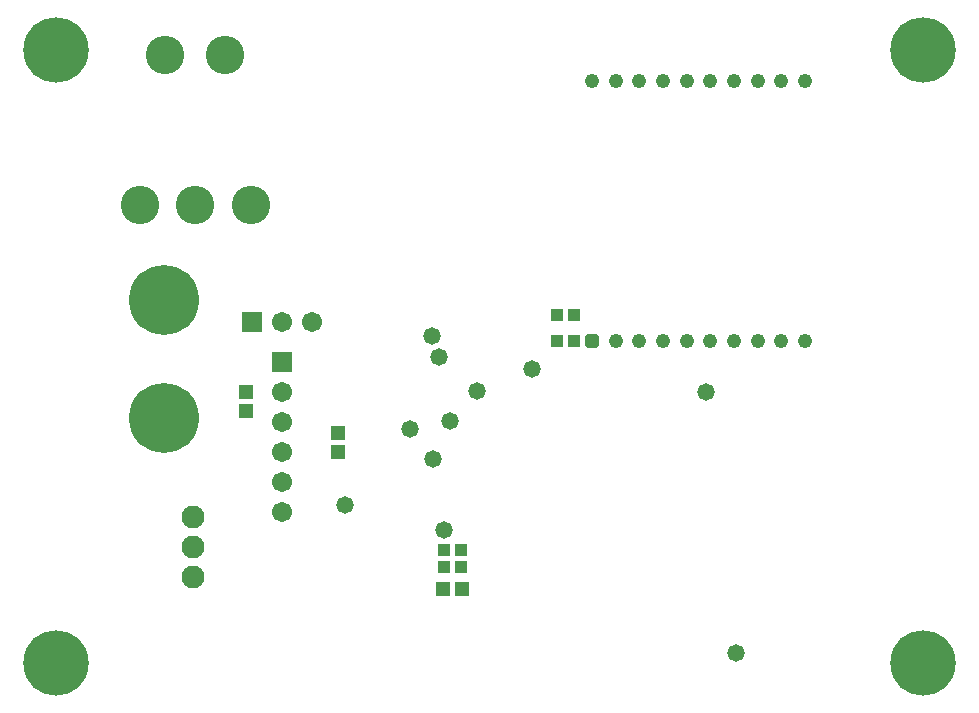
<source format=gbs>
G04 Layer_Color=16711935*
%FSLAX24Y24*%
%MOIN*%
G70*
G01*
G75*
%ADD54R,0.0493X0.0474*%
%ADD60R,0.0474X0.0493*%
%ADD62R,0.0395X0.0434*%
%ADD68C,0.1280*%
%ADD69C,0.2330*%
%ADD70C,0.0769*%
%ADD71C,0.2180*%
%ADD72R,0.0671X0.0671*%
%ADD73C,0.0671*%
%ADD74R,0.0671X0.0671*%
G04:AMPARAMS|DCode=75|XSize=48mil|YSize=48mil|CornerRadius=14mil|HoleSize=0mil|Usage=FLASHONLY|Rotation=90.000|XOffset=0mil|YOffset=0mil|HoleType=Round|Shape=RoundedRectangle|*
%AMROUNDEDRECTD75*
21,1,0.0480,0.0200,0,0,90.0*
21,1,0.0200,0.0480,0,0,90.0*
1,1,0.0280,0.0100,0.0100*
1,1,0.0280,0.0100,-0.0100*
1,1,0.0280,-0.0100,-0.0100*
1,1,0.0280,-0.0100,0.0100*
%
%ADD75ROUNDEDRECTD75*%
%ADD76C,0.0480*%
%ADD77C,0.0580*%
D54*
X52759Y13681D02*
D03*
X53389D02*
D03*
D60*
X49242Y18878D02*
D03*
Y18248D02*
D03*
X46181Y20256D02*
D03*
Y19626D02*
D03*
D62*
X53350Y14990D02*
D03*
X52799D02*
D03*
X53350Y14413D02*
D03*
X52799D02*
D03*
X56551Y22815D02*
D03*
X57102D02*
D03*
X56551Y21959D02*
D03*
X57102D02*
D03*
D68*
X42640Y26480D02*
D03*
X44490D02*
D03*
X46340D02*
D03*
X43490Y31480D02*
D03*
X45490D02*
D03*
D69*
X43445Y19390D02*
D03*
Y23327D02*
D03*
D70*
X44400Y14075D02*
D03*
Y15075D02*
D03*
Y16075D02*
D03*
D71*
X39850Y31660D02*
D03*
Y11210D02*
D03*
X68760Y31660D02*
D03*
Y11210D02*
D03*
D72*
X47383Y21256D02*
D03*
D73*
Y20256D02*
D03*
Y19256D02*
D03*
Y18256D02*
D03*
Y17256D02*
D03*
Y16256D02*
D03*
Y22579D02*
D03*
X48383D02*
D03*
D74*
X46383D02*
D03*
D75*
X57721Y21950D02*
D03*
D76*
X58508D02*
D03*
X59296D02*
D03*
X60083D02*
D03*
X60870D02*
D03*
X61658D02*
D03*
X62445D02*
D03*
X63233D02*
D03*
X64020D02*
D03*
X64807D02*
D03*
Y30611D02*
D03*
X64020D02*
D03*
X63233D02*
D03*
X62445D02*
D03*
X61658D02*
D03*
X60870D02*
D03*
X60083D02*
D03*
X59296D02*
D03*
X58508D02*
D03*
X57721D02*
D03*
D77*
X62500Y11545D02*
D03*
X49478Y16476D02*
D03*
X53888Y20285D02*
D03*
X52972Y19301D02*
D03*
X51644Y19026D02*
D03*
X52402Y18012D02*
D03*
X52785Y15650D02*
D03*
X52394Y22117D02*
D03*
X52601Y21409D02*
D03*
X55728Y21014D02*
D03*
X61516Y20246D02*
D03*
M02*

</source>
